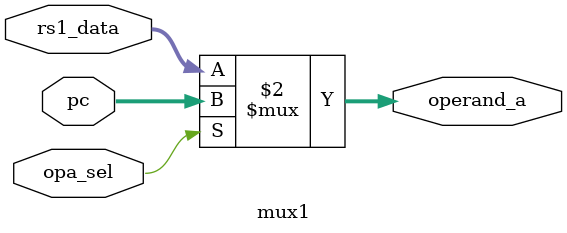
<source format=sv>
module mux1(
	input  logic [31:0] pc,
	input  logic [31:0] rs1_data,
	input  bit 	 opa_sel,
	output logic [31:0] operand_a
);
	assign operand_a = (opa_sel==1'b0) ? rs1_data : pc;
endmodule 

</source>
